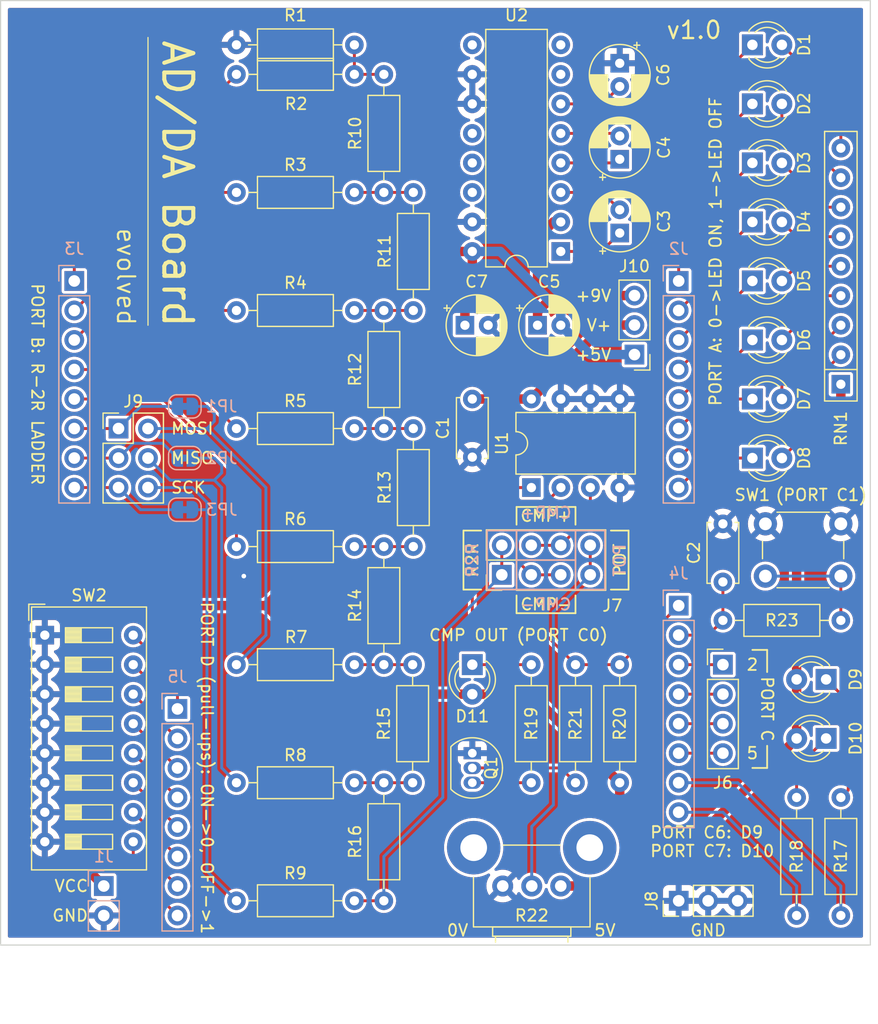
<source format=kicad_pcb>
(kicad_pcb (version 20211014) (generator pcbnew)
  (layers (0 "F.Cu" signal) (31 "B.Cu" signal) (34 "B.Paste" user) (35 "F.Paste" user) (36 "B.SilkS" user "B.Silkscreen") (37 "F.SilkS" user "F.Silkscreen") (38 "B.Mask" user) (39 "F.Mask" user) (44 "Edge.Cuts" user))
  (net 0 "")
  (net 1 "+5V")
  (net 2 "GND")
  (net 3 "Net-(C2-Pad1)")
  (net 4 "Net-(D1-Pad1)")
  (net 5 "Net-(D1-Pad2)")
  (net 6 "Net-(D2-Pad1)")
  (net 7 "Net-(D2-Pad2)")
  (net 8 "Net-(D3-Pad1)")
  (net 9 "Net-(D3-Pad2)")
  (net 10 "Net-(D4-Pad1)")
  (net 11 "Net-(D4-Pad2)")
  (net 12 "Net-(D5-Pad1)")
  (net 13 "Net-(D5-Pad2)")
  (net 14 "Net-(D6-Pad1)")
  (net 15 "Net-(D6-Pad2)")
  (net 16 "Net-(D7-Pad1)")
  (net 17 "Net-(D7-Pad2)")
  (net 18 "Net-(D8-Pad1)")
  (net 19 "Net-(D8-Pad2)")
  (net 20 "Net-(D9-Pad1)")
  (net 21 "Net-(D10-Pad1)")
  (net 22 "Net-(J4-Pad7)")
  (net 23 "Net-(J4-Pad8)")
  (net 24 "Net-(D11-Pad1)")
  (net 25 "/+9V")
  (net 26 "Net-(J4-Pad3)")
  (net 27 "Net-(J4-Pad4)")
  (net 28 "Net-(J4-Pad5)")
  (net 29 "Net-(J4-Pad6)")
  (net 30 "Net-(J5-Pad1)")
  (net 31 "Net-(J5-Pad2)")
  (net 32 "Net-(J5-Pad3)")
  (net 33 "Net-(J5-Pad4)")
  (net 34 "Net-(J5-Pad5)")
  (net 35 "Net-(J5-Pad6)")
  (net 36 "Net-(J5-Pad7)")
  (net 37 "Net-(J5-Pad8)")
  (net 38 "Net-(R1-Pad1)")
  (net 39 "Net-(R10-Pad2)")
  (net 40 "Net-(R11-Pad2)")
  (net 41 "Net-(R12-Pad2)")
  (net 42 "Net-(R13-Pad2)")
  (net 43 "Net-(J3-Pad1)")
  (net 44 "Net-(R14-Pad2)")
  (net 45 "Net-(R15-Pad2)")
  (net 46 "Net-(J3-Pad2)")
  (net 47 "/R2R-OUT")
  (net 48 "Net-(J3-Pad3)")
  (net 49 "Net-(J3-Pad4)")
  (net 50 "Net-(J3-Pad5)")
  (net 51 "Net-(J3-Pad6)")
  (net 52 "Net-(J3-Pad7)")
  (net 53 "Net-(J3-Pad8)")
  (net 54 "Net-(Q1-Pad3)")
  (net 55 "/POT_OUT")
  (net 56 "Net-(J7-Pad4)")
  (net 57 "Net-(J7-Pad3)")
  (net 58 "Net-(Q1-Pad2)")
  (net 59 "Net-(R23-Pad2)")
  (net 60 "/COMP_OUT")
  (net 61 "Net-(J9-Pad2)")
  (net 62 "Net-(J9-Pad4)")
  (net 63 "Net-(J9-Pad6)")
  (net 64 "Net-(C3-Pad1)")
  (net 65 "Net-(C3-Pad2)")
  (net 66 "Net-(C4-Pad1)")
  (net 67 "Net-(C4-Pad2)")
  (net 68 "Net-(C6-Pad2)")
  (net 75 "/V+")
  (footprint "Resistor_THT:R_Axial_DIN0207_L6.3mm_D2.5mm_P10.16mm_Horizontal" (layer "F.Cu") (at 86.36 54.61)
    (fp_text reference "R5")
    (fp_text value "2k")
  )
  (footprint "Package_TO_SOT_THT:TO-92_Inline" (layer "F.Cu") (at 106.68 82.55 -90)
    (fp_text reference "Q1")
    (fp_text value "2N7000")
  )
  (footprint "Connector_PinHeader_2.54mm:PinHeader_2x03_P2.54mm_Vertical" (layer "F.Cu") (at 76.2 54.61)
    (fp_text reference "J9")
    (fp_text value "CONN_ISP")
  )
  (footprint "LED_THT:LED_D3.0mm" (layer "F.Cu") (at 130.81 36.83)
    (fp_text reference "D4")
    (fp_text value "LED")
  )
  (footprint "Resistor_THT:R_Axial_DIN0207_L6.3mm_D2.5mm_P10.16mm_Horizontal" (layer "F.Cu") (at 86.36 34.29)
    (fp_text reference "R3")
    (fp_text value "2k")
  )
  (footprint "Package_DIP:DIP-8_W7.62mm" (layer "F.Cu") (at 111.77 59.69 90)
    (fp_text reference "U1")
    (fp_text value "LM393")
  )
  (footprint "LED_THT:LED_D3.0mm" (layer "F.Cu") (at 106.68 74.93 -90)
    (fp_text reference "D11")
    (fp_text value "LED")
  )
  (footprint "Button_Switch_THT:SW_DIP_SPSTx08_Slide_9.78x22.5mm_W7.62mm_P2.54mm" (layer "F.Cu") (at 69.85 72.39)
    (fp_text reference "SW2")
    (fp_text value "SW_DIP_x08")
  )
  (footprint "Capacitor_THT:C_Disc_D5.0mm_W2.5mm_P5.00mm" (layer "F.Cu") (at 128.27 67.81 90)
    (fp_text reference "C2")
    (fp_text value "100nF")
  )
  (footprint "Button_Switch_THT:SW_PUSH_6mm" (layer "F.Cu") (at 131.93 62.81)
    (fp_text reference "SW1")
    (fp_text value "SW_Push")
  )
  (footprint "LED_THT:LED_D3.0mm" (layer "F.Cu") (at 130.81 46.99)
    (fp_text reference "D6")
    (fp_text value "LED")
  )
  (footprint "Resistor_THT:R_Axial_DIN0207_L6.3mm_D2.5mm_P10.16mm_Horizontal" (layer "F.Cu") (at 86.36 74.93)
    (fp_text reference "R7")
    (fp_text value "2k")
  )
  (footprint "LED_THT:LED_D3.0mm" (layer "F.Cu") (at 130.81 52.07)
    (fp_text reference "D7")
    (fp_text value "LED")
  )
  (footprint "LED_THT:LED_D3.0mm" (layer "F.Cu") (at 130.81 31.75)
    (fp_text reference "D3")
    (fp_text value "LED")
  )
  (footprint "LED_THT:LED_D3.0mm" (layer "F.Cu") (at 130.81 57.15)
    (fp_text reference "D8")
    (fp_text value "LED")
  )
  (footprint "Resistor_THT:R_Axial_DIN0207_L6.3mm_D2.5mm_P10.16mm_Horizontal" (layer "F.Cu") (at 138.43 96.52 90)
    (fp_text reference "R17")
    (fp_text value "1.5k")
  )
  (footprint "Connector_PinHeader_2.54mm:PinHeader_1x04_P2.54mm_Vertical" (layer "F.Cu") (at 128.27 74.93)
    (fp_text reference "J6")
    (fp_text value "PORTC2:5")
  )
  (footprint "Resistor_THT:R_Axial_DIN0207_L6.3mm_D2.5mm_P10.16mm_Horizontal" (layer "F.Cu") (at 86.36 95.25)
    (fp_text reference "R9")
    (fp_text value "2k")
  )
  (footprint "LED_THT:LED_D3.0mm" (layer "F.Cu") (at 130.81 21.59)
    (fp_text reference "D1")
    (fp_text value "LED")
  )
  (footprint "LED_THT:LED_D3.0mm" (layer "F.Cu") (at 137.16 76.2 180)
    (fp_text reference "D9")
    (fp_text value "LED")
  )
  (footprint "Resistor_THT:R_Axial_DIN0207_L6.3mm_D2.5mm_P10.16mm_Horizontal" (layer "F.Cu") (at 119.38 85.09 90)
    (fp_text reference "R20")
    (fp_text value "10k")
  )
  (footprint "Capacitor_THT:CP_Radial_D5.0mm_P2.00mm" (layer "F.Cu") (at 106.045 45.72)
    (fp_text reference "C7")
    (fp_text value "1uF")
  )
  (footprint "LED_THT:LED_D3.0mm" (layer "F.Cu") (at 137.16 81.28 180)
    (fp_text reference "D10")
    (fp_text value "LED")
  )
  (footprint "Capacitor_THT:CP_Radial_D5.0mm_P2.00mm" (layer "F.Cu") (at 119.38 23.174888 -90)
    (fp_text reference "C6")
    (fp_text value "1uF")
  )
  (footprint "Resistor_THT:R_Axial_DIN0207_L6.3mm_D2.5mm_P10.16mm_Horizontal" (layer "F.Cu") (at 101.6 34.29 -90)
    (fp_text reference "R11")
    (fp_text value "1k")
  )
  (footprint "LED_THT:LED_D3.0mm" (layer "F.Cu") (at 130.81 26.67)
    (fp_text reference "D2")
    (fp_text value "LED")
  )
  (footprint "Capacitor_THT:CP_Radial_D5.0mm_P2.00mm" (layer "F.Cu") (at 119.38 37.785113 90)
    (fp_text reference "C3")
    (fp_text value "1uF")
  )
  (footprint "Package_DIP:DIP-16_W7.62mm" (layer "F.Cu") (at 114.3 39.37 180)
    (fp_text reference "U2")
    (fp_text value "MAX232")
  )
  (footprint "Resistor_THT:R_Axial_DIN0207_L6.3mm_D2.5mm_P10.16mm_Horizontal" (layer "F.Cu") (at 96.52 21.59 180)
    (fp_text reference "R1")
    (fp_text value "2k")
  )
  (footprint "Connector_PinHeader_2.54mm:PinHeader_1x03_P2.54mm_Vertical" (layer "F.Cu") (at 124.46 95.25 90)
    (fp_text reference "J8")
    (fp_text value "CONN_GND")
  )
  (footprint "Resistor_THT:R_Array_SIP9" (layer "F.Cu") (at 138.43 50.8 90)
    (fp_text reference "RN1")
    (fp_text value "1.5k" hide)
  )
  (footprint "Resistor_THT:R_Axial_DIN0207_L6.3mm_D2.5mm_P10.16mm_Horizontal" (layer "F.Cu") (at 115.57 74.93 -90)
    (fp_text reference "R21")
    (fp_text value "330")
  )
  (footprint "Resistor_THT:R_Axial_DIN0207_L6.3mm_D2.5mm_P10.16mm_Horizontal" (layer "F.Cu") (at 134.62 96.52 90)
    (fp_text reference "R18")
    (fp_text value "1.5k")
  )
  (footprint "Resistor_THT:R_Axial_DIN0207_L6.3mm_D2.5mm_P10.16mm_Horizontal" (layer "F.Cu") (at 128.27 71.12)
    (fp_text reference "R23")
    (fp_text value "3.3k")
  )
  (footprint "Resistor_THT:R_Axial_DIN0207_L6.3mm_D2.5mm_P10.16mm_Horizontal" (layer "F.Cu") (at 99.06 85.09 -90)
    (fp_text reference "R16")
    (fp_text value "1k")
  )
  (footprint "Resistor_THT:R_Axial_DIN0207_L6.3mm_D2.5mm_P10.16mm_Horizontal" (layer "F.Cu") (at 99.06 44.45 -90)
    (fp_text reference "R12")
    (fp_text value "1k")
  )
  (footprint "LED_THT:LED_D3.0mm" (layer "F.Cu") (at 130.81 41.91)
    (fp_text reference "D5")
    (fp_text value "LED")
  )
  (footprint "Resistor_THT:R_Axial_DIN0207_L6.3mm_D2.5mm_P10.16mm_Horizontal" (layer "F.Cu") (at 86.36 64.77)
    (fp_text reference "R6")
    (fp_text value "2k")
  )
  (footprint "Connector_PinHeader_2.54mm:PinHeader_1x03_P2.54mm_Vertical" (layer "F.Cu") (at 120.65 48.245 180)
    (fp_text reference "J10")
    (fp_text value "CONN_V+")
  )
  (footprint "Resistor_THT:R_Axial_DIN0207_L6.3mm_D2.5mm_P10.16mm_Horizontal" (layer "F.Cu") (at 86.36 24.13)
    (fp_text reference "R2")
    (fp_text value "2k")
  )
  (footprint "Potentiometer_THT:Potentiometer_Alps_RK09K_Single_Horizontal" (layer "F.Cu") (at 109.3 93.98 -90)
    (fp_text reference "R22")
    (fp_text value "10k")
  )
  (footprint "Resistor_THT:R_Axial_DIN0207_L6.3mm_D2.5mm_P10.16mm_Horizontal" (layer "F.Cu") (at 99.06 24.13 -90)
    (fp_text reference "R10")
    (fp_text value "1k")
  )
  (footprint "Resistor_THT:R_Axial_DIN0207_L6.3mm_D2.5mm_P10.16mm_Horizontal" (layer "F.Cu") (at 99.06 64.77 -90)
    (fp_text reference "R14")
    (fp_text value "1k")
  )
  (footprint "Resistor_THT:R_Axial_DIN0207_L6.3mm_D2.5mm_P10.16mm_Horizontal" (layer "F.Cu") (at 101.54 74.93 -90)
    (fp_text reference "R15")
    (fp_text value "1k")
  )
  (footprint "Resistor_THT:R_Axial_DIN0207_L6.3mm_D2.5mm_P10.16mm_Horizontal" (layer "F.Cu") (at 86.36 44.45)
    (fp_text reference "R4")
    (fp_text value "2k")
  )
  (footprint "Capacitor_THT:CP_Radial_D5.0mm_P2.00mm" (layer "F.Cu") (at 119.38 31.435113 90)
    (fp_text reference "C4")
    (fp_text value "1uF")
  )
  (footprint "Capacitor_THT:CP_Radial_D5.0mm_P2.00mm" (layer "F.Cu") (at 112.3 45.72)
    (fp_text reference "C5")
    (fp_text value "1uF")
  )
  (footprint "Capacitor_THT:C_Disc_D5.0mm_W2.5mm_P5.00mm" (layer "F.Cu") (at 106.68 52.07 -90)
    (fp_text reference "C1")
    (fp_text value "100nF")
  )
  (footprint "Resistor_THT:R_Axial_DIN0207_L6.3mm_D2.5mm_P10.16mm_Horizontal" (layer "F.Cu") (at 111.76 74.93 -90)
    (fp_text reference "R19")
    (fp_text value "1.5k")
  )
  (footprint "Resistor_THT:R_Axial_DIN0207_L6.3mm_D2.5mm_P10.16mm_Horizontal" (layer "F.Cu") (at 101.6 54.61 -90)
    (fp_text reference "R13")
    (fp_text value "1k")
  )
  (footprint "Connector_PinHeader_2.54mm:PinHeader_2x04_P2.54mm_Vertical" (layer "F.Cu") (at 109.22 67.2 90)
    (fp_text reference "J7")
    (fp_text value "CONN_COMP")
  )
  (footprint "Resistor_THT:R_Axial_DIN0207_L6.3mm_D2.5mm_P10.16mm_Horizontal" (layer "F.Cu") (at 86.36 85.09)
    (fp_text reference "R8")
    (fp_text value "2k")
  )
  (footprint "Jumper:SolderJumper-2_P1.3mm_Bridged_RoundedPad1.0x1.5mm" (layer "B.Cu") (at 81.915 52.705)
    (fp_text reference "JP1")
    (fp_text value "MOSI")
  )
  (footprint "Connector_PinSocket_2.54mm:PinSocket_1x08_P2.54mm_Vertical" (layer "B.Cu") (at 124.46 69.85 180)
    (fp_text reference "J4")
    (fp_text value "PORTC")
  )
  (footprint "Jumper:SolderJumper-2_P1.3mm_Bridged_RoundedPad1.0x1.5mm" (layer "B.Cu") (at 81.915 57.15)
    (fp_text reference "JP2")
    (fp_text value "MISO")
  )
  (footprint "Connector_PinSocket_2.54mm:PinSocket_1x02_P2.54mm_Vertical" (layer "B.Cu") (at 74.93 93.98 180)
    (fp_text reference "J1")
    (fp_text value "PWR_SUPPLY")
  )
  (footprint "Connector_PinSocket_2.54mm:PinSocket_1x08_P2.54mm_Vertical" (layer "B.Cu") (at 72.39 41.91 180)
    (fp_text reference "J3")
    (fp_text value "PORTB")
  )
  (footprint "Jumper:SolderJumper-2_P1.3mm_Bridged_RoundedPad1.0x1.5mm" (layer "B.Cu") (at 81.915 61.595)
    (fp_text reference "JP3")
    (fp_text value "SCK")
  )
  (footprint "Connector_PinSocket_2.54mm:PinSocket_1x08_P2.54mm_Vertical" (layer "B.Cu") (at 124.46 41.91 180)
    (fp_text reference "J2")
    (fp_text value "PORTA")
  )
  (footprint "Connector_PinSocket_2.54mm:PinSocket_1x08_P2.54mm_Vertical" (layer "B.Cu") (at 81.28 78.74 180)
    (fp_text reference "J5")
    (fp_text value "PORTD")
  )
  (gr_line (start 115.57 68.47) (end 115.57 63.39) (layer "B.SilkS") (width 0.15))
  (gr_line (start 107.95 68.47) (end 118.11 68.47) (layer "B.SilkS") (width 0.15))
  (gr_line (start 118.11 63.39) (end 107.95 63.39) (layer "B.SilkS") (width 0.15))
  (gr_line (start 110.49 63.39) (end 110.49 65.93) (layer "B.SilkS") (width 0.15))
  (gr_line (start 118.11 68.47) (end 118.11 63.39) (layer "B.SilkS") (width 0.15))
  (gr_line (start 110.49 68.47) (end 110.49 63.39) (layer "B.SilkS") (width 0.15))
  (gr_line (start 115.57 65.93) (end 110.49 65.93) (layer "B.SilkS") (width 0.15))
  (gr_line (start 107.95 63.39) (end 107.95 68.47) (layer "B.SilkS") (width 0.15))
  (gr_line (start 105.918 68.47) (end 105.918 63.39) (layer "F.SilkS") (width 0.153))
  (gr_line (start 115.57 61.358) (end 115.57 62.882) (layer "F.SilkS") (width 0.153))
  (gr_line (start 120.142 68.47) (end 120.142 63.39) (layer "F.SilkS") (width 0.153))
  (gr_line (start 132.08 73.66) (end 132.08 75.565) (layer "F.SilkS") (width 0.153))
  (gr_line (start 130.81 73.66) (end 132.08 73.66) (layer "F.SilkS") (width 0.153))
  (gr_line (start 132.08 83.82) (end 132.08 81.915) (layer "F.SilkS") (width 0.153))
  (gr_line (start 120.142 63.39) (end 118.618 63.39) (layer "F.SilkS") (width 0.153))
  (gr_line (start 110.49 70.502) (end 110.49 68.978) (layer "F.SilkS") (width 0.153))
  (gr_line (start 115.57 68.978) (end 115.57 70.502) (layer "F.SilkS") (width 0.153))
  (gr_line (start 78.74 20.955) (end 78.74 45.72) (layer "F.SilkS") (width 0.1))
  (gr_line (start 110.49 62.882) (end 110.49 61.358) (layer "F.SilkS") (width 0.153))
  (gr_line (start 130.81 83.82) (end 132.08 83.82) (layer "F.SilkS") (width 0.153))
  (gr_line (start 110.49 61.358) (end 115.57 61.358) (layer "F.SilkS") (width 0.153))
  (gr_line (start 118.618 68.47) (end 120.142 68.47) (layer "F.SilkS") (width 0.153))
  (gr_line (start 115.57 70.502) (end 110.49 70.502) (layer "F.SilkS") (width 0.153))
  (gr_line (start 107.442 68.47) (end 105.918 68.47) (layer "F.SilkS") (width 0.153))
  (gr_line (start 105.918 63.39) (end 107.442 63.39) (layer "F.SilkS") (width 0.153))
  (gr_rect (start 66.04 17.78) (end 140.97 99.06) (layer "Edge.Cuts") (width 0.1) (fill none))
  (gr_text "R2R" (at 106.658986 65.945995 90) (layer "B.SilkS") (effects (font (size 1 1) (thickness 0.153)) (justify mirror)))
  (gr_text "POT" (at 119.37673 65.945995 90) (layer "B.SilkS") (effects (font (size 1 1) (thickness 0.153)) (justify mirror)))
  (gr_text "CMP-" (at 113.017858 69.744436) (layer "B.SilkS") (effects (font (size 1 1) (thickness 0.153)) (justify mirror)))
  (gr_text "CMP+" (at 113.03 61.866) (layer "B.SilkS") (effects (font (size 1 1) (thickness 0.153)) (justify mirror)))
  (gr_text "POT" (at 119.38 65.93 90) (layer "F.SilkS") (effects (font (size 1 1) (thickness 0.153))))
  (gr_text "v1.0" (at 128.27 20.32) (layer "F.SilkS") (effects (font (size 1.5 1.5) (thickness 0.2)) (justify right)))
  (gr_text "SCK" (at 80.645 59.69) (layer "F.SilkS") (effects (font (size 1 1)) (justify left)))
  (gr_text "VCC" (at 73.66 93.98) (layer "F.SilkS") (effects (font (size 1 1) (thickness 0.153)) (justify right)))
  (gr_text "PORT A: 0->LED ON, 1->LED OFF" (at 127.635 39.37 90) (layer "F.SilkS") (effects (font (size 1 1) (thickness 0.153))))
  (gr_text "MOSI" (at 80.645 54.61) (layer "F.SilkS") (effects (font (size 1 1)) (justify left)))
  (gr_text "+5V" (at 118.745 48.26) (layer "F.SilkS") (effects (font (size 1 1) (thickness 0.153)) (justify right)))
  (gr_text "PORT C" (at 132.08 78.74 270) (layer "F.SilkS") (effects (font (size 1 1) (thickness 0.153))))
  (gr_text "(PORT C1)" (at 132.715 60.325) (layer "F.SilkS") (effects (font (size 1 1) (thickness 0.153)) (justify left)))
  (gr_text "GND" (at 127 97.79) (layer "F.SilkS") (effects (font (size 1 1))))
  (gr_text "evolved" (at 76.835 45.847 270) (layer "F.SilkS") (effects (font (size 1.5 1.5) (thickness 0.18)) (justify right)))
  (gr_text "R2R" (at 106.68 65.93 90) (layer "F.SilkS") (effects (font (size 1 1) (thickness 0.153))))
  (gr_text "CMP+" (at 113.03 62.12) (layer "F.SilkS") (effects (font (size 1 1) (thickness 0.153))))
  (gr_text "AD/DA Board" (at 81.28 46.101 270) (layer "F.SilkS") (effects (font (size 2.5 2.5) (thickness 0.35)) (justify right)))
  (gr_text "CMP OUT (PORT C0)" (at 102.87 72.39) (layer "F.SilkS") (effects (font (size 1 1) (thickness 0.153)) (justify left)))
  (gr_text "+9V" (at 118.745 43.18) (layer "F.SilkS") (effects (font (size 1 1) (thickness 0.153)) (justify right)))
  (gr_text "PORT C6: D9\nPORT C7: D10" (at 121.92 90.17) (layer "F.SilkS") (effects (font (size 1 1) (thickness 0.153)) (justify left)))
  (gr_text "PORT D (pull-ups): ON->0, OFF->1" (at 83.82 83.82 270) (layer "F.SilkS") (effects (font (size 1 1) (thickness 0.153))))
  (gr_text "MISO" (at 80.645 57.15) (layer "F.SilkS") (effects (font (size 1 1)) (justify left)))
  (gr_text "GND" (at 73.66 96.52) (layer "F.SilkS") (effects (font (size 1 1) (thickness 0.153)) (justify right)))
  (gr_text "V+" (at 118.745 45.72) (layer "F.SilkS") (effects (font (size 1 1) (thickness 0.153)) (justify right)))
  (gr_text "0V" (at 105.41 97.79) (layer "F.SilkS") (effects (font (size 1 1) (thickness 0.153))))
  (gr_text "2" (at 130.81 74.93) (layer "F.SilkS") (effects (font (size 1 1) (thickness 0.153))))
  (gr_text "CMP-" (at 113.03 69.74) (layer "F.SilkS") (effects (font (size 1 1) (thickness 0.153))))
  (gr_text "5V" (at 118.11 97.79) (layer "F.SilkS") (effects (font (size 1 1) (thickness 0.153))))
  (gr_text "PORT B: R-2R LADDER" (at 69.215 50.8 270) (layer "F.SilkS") (effects (font (size 1 1) (thickness 0.153))))
  (gr_text "5" (at 130.81 82.55) (layer "F.SilkS") (effects (font (size 1 1) (thickness 0.153))))
  (segment (start 119.38 85.09) (end 111.76 77.47) (width 0.8128) (layer "F.Cu") (net 1))
  (segment (start 88.9 69.85) (end 91.44 72.39) (width 0.8128) (layer "F.Cu") (net 1))
  (segment (start 106.68 39.37) (end 106.68 41.91) (width 0.8128) (layer "F.Cu") (net 1))
  (segment (start 106.68 77.47) (end 93.98 77.47) (width 0.8128) (layer "F.Cu") (net 1))
  (segment (start 119.38 87.63) (end 119.38 85.09) (width 0.8128) (layer "F.Cu") (net 1))
  (segment (start 73.66 72.39) (end 73.66 92.71) (width 0.8128) (layer "F.Cu") (net 1))
  (segment (start 122.555 90.805) (end 125.095 90.805) (width 0.8128) (layer "F.Cu") (net 1))
  (segment (start 73.66 92.71) (end 74.93 93.98) (width 0.8128) (layer "F.Cu") (net 1))
  (segment (start 134.62 76.2) (end 134.62 60.96) (width 0.8128) (layer "F.Cu") (net 1))
  (segment (start 73.66 72.39) (end 76.2 69.85) (width 0.8128) (layer "F.Cu") (net 1))
  (segment (start 134.62 81.28) (end 134.62 76.2) (width 0.8128) (layer "F.Cu") (net 1))
  (segment (start 88.9 69.85) (end 91.44 67.31) (width 0.8128) (layer "F.Cu") (net 1))
  (segment (start 111.76 77.47) (end 106.68 77.47) (width 0.8128) (layer "F.Cu") (net 1))
  (segment (start 96.52 39.37) (end 91.44 44.45) (width 0.8128) (layer "F.Cu") (net 1))
  (segment (start 134.62 60.96) (end 138.43 57.15) (width 0.8128) (layer "F.Cu") (net 1))
  (segment (start 114.3 93.98) (end 119.38 93.98) (width 0.8128) (layer "F.Cu") (net 1))
  (segment (start 106.045 42.545) (end 106.045 45.72) (width 0.8128) (layer "F.Cu") (net 1))
  (segment (start 76.2 69.85) (end 88.9 69.85) (width 0.8128) (layer "F.Cu") (net 1))
  (segment (start 91.44 67.31) (end 91.44 44.45) (width 0.8128) (layer "F.Cu") (net 1))
  (segment (start 93.98 77.47) (end 91.44 74.93) (width 0.8128) (layer "F.Cu") (net 1))
  (segment (start 106.68 39.37) (end 96.52 39.37) (width 0.8128) (layer "F.Cu") (net 1))
  (segment (start 106.68 41.91) (end 106.045 42.545) (width 0.8128) (layer "F.Cu") (net 1))
  (segment (start 119.38 93.98) (end 122.555 90.805) (width 0.8128) (layer "F.Cu") (net 1))
  (segment (start 122.555 90.805) (end 119.38 87.63) (width 0.8128) (layer "F.Cu") (net 1))
  (segment (start 91.44 72.39) (end 91.44 74.93) (width 0.8128) (layer "F.Cu") (net 1))
  (segment (start 138.43 57.15) (end 138.43 50.8) (width 0.8128) (layer "F.Cu") (net 1))
  (segment (start 125.095 90.805) (end 134.62 81.28) (width 0.8128) (layer "F.Cu") (net 1))
  (segment (start 109.08137 39.37) (end 114.3 44.58863) (width 0.8128) (layer "B.Cu") (net 1))
  (segment (start 106.68 39.37) (end 109.08137 39.37) (width 0.8128) (layer "B.Cu") (net 1))
  (segment (start 120.65 48.245) (end 116.825 48.245) (width 0.8128) (layer "B.Cu") (net 1))
  (segment (start 116.825 48.245) (end 114.3 45.72) (width 0.8128) (layer "B.Cu") (net 1))
  (segment (start 114.3 44.58863) (end 114.3 45.72) (width 0.8128) (layer "B.Cu") (net 1))
  (via (at 86.995 67.31) (size 0.8) (drill 0.4) (layers "F.Cu" "B.Cu") (net 2))
  (segment (start 127 72.39) (end 128.27 71.12) (width 0.25) (layer "F.Cu") (net 3))
  (segment (start 128.27 67.81) (end 128.27 71.12) (width 0.25) (layer "F.Cu") (net 3))
  (segment (start 124.46 72.39) (end 127 72.39) (width 0.25) (layer "F.Cu") (net 3))
  (segment (start 124.46 41.91) (end 124.46 27.94) (width 0.25) (layer "F.Cu") (net 4))
  (segment (start 124.46 27.94) (end 130.81 21.59) (width 0.25) (layer "F.Cu") (net 4))
  (segment (start 138.43 30.48) (end 138.43 26.67) (width 0.25) (layer "F.Cu") (net 5))
  (segment (start 138.43 26.67) (end 133.35 21.59) (width 0.25) (layer "F.Cu") (net 5))
  (segment (start 126.365 31.115) (end 130.81 26.67) (width 0.25) (layer "F.Cu") (net 6))
  (segment (start 124.46 44.45) (end 126.365 42.545) (width 0.25) (layer "F.Cu") (net 6))
  (segment (start 126.365 42.545) (end 126.365 31.115) (width 0.25) (layer "F.Cu") (net 6))
  (segment (start 133.35 27.94) (end 133.35 26.67) (width 0.25) (layer "F.Cu") (net 7))
  (segment (start 138.43 33.02) (end 133.35 27.94) (width 0.25) (layer "F.Cu") (net 7))
  (segment (start 127 35.56) (end 130.81 31.75) (width 0.25) (layer "F.Cu") (net 8))
  (segment (start 124.46 46.99) (end 127 44.45) (width 0.25) (layer "F.Cu") (net 8))
  (segment (start 127 44.45) (end 127 35.56) (width 0.25) (layer "F.Cu") (net 8))
  (segment (start 138.43 35.56) (end 137.16 35.56) (width 0.25) (layer "F.Cu") (net 9))
  (segment (start 137.16 35.56) (end 133.35 31.75) (width 0.25) (layer "F.Cu") (net 9))
  (segment (start 127.635 40.005) (end 130.81 36.83) (width 0.25) (layer "F.Cu") (net 10))
  (segment (start 127.635 46.355) (end 127.635 40.005) (width 0.25) (layer "F.Cu") (net 10))
  (segment (start 124.46 49.53) (end 127.635 46.355) (width 0.25) (layer "F.Cu") (net 10))
  (segment (start 138.43 38.1) (end 134.62 38.1) (width 0.25) (layer "F.Cu") (net 11))
  (segment (start 134.62 38.1) (end 133.35 36.83) (width 0.25) (layer "F.Cu") (net 11))
  (segment (start 128.27 48.26) (end 128.27 44.45) (width 0.25) (layer "F.Cu") (net 12))
  (segment (start 128.27 44.45) (end 130.81 41.91) (width 0.25) (layer "F.Cu") (net 12))
  (segment (start 124.46 52.07) (end 128.27 48.26) (width 0.25) (layer "F.Cu") (net 12))
  (segment (start 134.62 40.64) (end 133.35 41.91) (width 0.25) (layer "F.Cu") (net 13))
  (segment (start 138.43 40.64) (end 134.62 40.64) (width 0.25) (layer "F.Cu") (net 13))
  (segment (start 128.905 48.895) (end 130.81 46.99) (width 0.25) (layer "F.Cu") (net 14))
  (segment (start 124.46 54.61) (end 128.905 50.165) (width 0.25) (layer "F.Cu") (net 14))
  (segment (start 128.905 50.165) (end 128.905 48.895) (width 0.25) (layer "F.Cu") (net 14))
  (segment (start 137.16 43.18) (end 133.35 46.99) (width 0.25) (layer "F.Cu") (net 15))
  (segment (start 138.43 43.18) (end 137.16 43.18) (width 0.25) (layer "F.Cu") (net 15))
  (segment (start 124.46 57.15) (end 129.54 52.07) (width 0.25) (layer "F.Cu") (net 16))
  (segment (start 129.54 52.07) (end 130.81 52.07) (width 0.25) (layer "F.Cu") (net 16))
  (segment (start 133.35 50.8) (end 133.35 52.07) (width 0.25) (layer "F.Cu") (net 17))
  (segment (start 138.43 45.72) (end 133.35 50.8) (width 0.25) (layer "F.Cu") (net 17))
  (segment (start 127 57.15) (end 124.46 59.69) (width 0.25) (layer "F.Cu") (net 18))
  (segment (start 130.81 57.15) (end 127 57.15) (width 0.25) (layer "F.Cu") (net 18))
  (segment (start 135.89 50.8) (end 135.89 54.61) (width 0.25) (layer "F.Cu") (net 19))
  (segment (start 138.43 48.26) (end 135.89 50.8) (width 0.25) (layer "F.Cu") (net 19))
  (segment (start 135.89 54.61) (end 133.35 57.15) (width 0.25) (layer "F.Cu") (net 19))
  (segment (start 139.065 85.725) (end 138.43 86.36) (width 0.25) (layer "F.Cu") (net 20))
  (segment (start 137.16 76.2) (end 139.065 78.105) (width 0.25) (layer "F.Cu") (net 20))
  (segment (start 139.065 78.105) (end 139.065 85.725) (width 0.25) (layer "F.Cu") (net 20))
  (segment (start 134.62 83.82) (end 137.16 81.28) (width 0.25) (layer "F.Cu") (net 21))
  (segment (start 134.62 86.36) (end 134.62 83.82) (width 0.25) (layer "F.Cu") (net 21))
  (segment (start 129.54 85.09) (end 138.43 93.98) (width 0.25) (layer "B.Cu") (net 22))
  (segment (start 138.43 93.98) (end 138.43 96.52) (width 0.25) (layer "B.Cu") (net 22))
  (segment (start 124.46 85.09) (end 129.54 85.09) (width 0.25) (layer "B.Cu") (net 22))
  (segment (start 124.46 87.63) (end 128.27 87.63) (width 0.25) (layer "B.Cu") (net 23))
  (segment (start 128.27 87.63) (end 134.62 93.98) (width 0.25) (layer "B.Cu") (net 23))
  (segment (start 134.62 93.98) (end 134.62 96.52) (width 0.25) (layer "B.Cu") (net 23))
  (segment (start 111.76 74.93) (end 106.68 74.93) (width 0.25) (layer "F.Cu") (net 24))
  (segment (start 113.68 43.165) (end 112.3 44.545) (width 0.8128) (layer "F.Cu") (net 25))
  (segment (start 113.665 36.83) (end 114.3 36.83) (width 0.8128) (layer "F.Cu") (net 25))
  (segment (start 113.665 43.18) (end 113.68 43.165) (width 0.8128) (layer "F.Cu") (net 25))
  (segment (start 112.3 44.545) (end 112.3 45.72) (width 0.8128) (layer "F.Cu") (net 25))
  (segment (start 112.3 38.195) (end 113.665 36.83) (width 0.8128) (layer "F.Cu") (net 25))
  (segment (start 112.3 41.815) (end 113.665 43.18) (width 0.8128) (layer "F.Cu") (net 25))
  (segment (start 112.3 38.195) (end 112.3 41.815) (width 0.8128) (layer "F.Cu") (net 25))
  (segment (start 113.68 43.165) (end 120.65 43.165) (width 0.8128) (layer "F.Cu") (net 25))
  (segment (start 124.46 74.93) (end 128.27 74.93) (width 0.25) (layer "F.Cu") (net 26))
  (segment (start 124.46 77.47) (end 128.27 77.47) (width 0.25) (layer "F.Cu") (net 27))
  (segment (start 124.46 80.01) (end 128.27 80.01) (width 0.25) (layer "F.Cu") (net 28))
  (segment (start 124.46 82.55) (end 128.27 82.55) (width 0.25) (layer "F.Cu") (net 29))
  (segment (start 81.28 76.2) (end 77.47 72.39) (width 0.25) (layer "F.Cu") (net 30))
  (segment (start 81.28 78.74) (end 81.28 76.2) (width 0.25) (layer "F.Cu") (net 30))
  (segment (start 80.01 80.01) (end 80.01 77.47) (width 0.25) (layer "F.Cu") (net 31))
  (segment (start 80.01 77.47) (end 77.47 74.93) (width 0.25) (layer "F.Cu") (net 31))
  (segment (start 81.28 81.28) (end 80.01 80.01) (width 0.25) (layer "F.Cu") (net 31))
  (segment (start 79.375 80.645) (end 79.375 79.375) (width 0.25) (layer "F.Cu") (net 32))
  (segment (start 80.009641 82.549641) (end 80.01 82.549282) (width 0.25) (layer "F.Cu") (net 32))
  (segment (start 81.28 83.82) (end 80.009641 82.549641) (width 0.25) (layer "F.Cu") (net 32))
  (segment (start 80.01 81.28) (end 79.375 80.645) (width 0.25) (layer "F.Cu") (net 32))
  (segment (start 80.01 82.549282) (end 80.01 81.28) (width 0.25) (layer "F.Cu") (net 32))
  (segment (start 79.375 79.375) (end 77.47 77.47) (width 0.25) (layer "F.Cu") (net 32))
  (segment (start 79.375 83.185) (end 79.375 81.915) (width 0.25) (layer "F.Cu") (net 33))
  (segment (start 79.375 81.915) (end 77.47 80.01) (width 0.25) (layer "F.Cu") (net 33))
  (segment (start 80.01 85.09) (end 80.01 83.82) (width 0.25) (layer "F.Cu") (net 33))
  (segment (start 80.01 83.82) (end 79.375 83.185) (width 0.25) (layer "F.Cu") (net 33))
  (segment (start 81.28 86.36) (end 80.01 85.09) (width 0.25) (layer "F.Cu") (net 33))
  (segment (start 79.375 85.725) (end 79.375 84.455) (width 0.25) (layer "F.Cu") (net 34))
  (segment (start 80.01 87.63) (end 80.01 86.36) (width 0.25) (layer "F.Cu") (net 34))
  (segment (start 80.01 86.36) (end 79.375 85.725) (width 0.25) (layer "F.Cu") (net 34))
  (segment (start 81.28 88.9) (end 80.01 87.63) (width 0.25) (layer "F.Cu") (net 34))
  (segment (start 79.375 84.455) (end 77.47 82.55) (width 0.25) (layer "F.Cu") (net 34))
  (segment (start 79.375 89.535) (end 79.375 86.995) (width 0.25) (layer "F.Cu") (net 35))
  (segment (start 81.28 91.44) (end 79.375 89.535) (width 0.25) (layer "F.Cu") (net 35))
  (segment (start 79.375 86.995) (end 77.47 85.09) (width 0.25) (layer "F.Cu") (net 35))
  (segment (start 78.74 88.9) (end 77.47 87.63) (width 0.25) (layer "F.Cu") (net 36))
  (segment (start 81.28 93.98) (end 78.74 91.44) (width 0.25) (layer "F.Cu") (net 36))
  (segment (start 78.74 91.44) (end 78.74 88.9) (width 0.25) (layer "F.Cu") (net 36))
  (segment (start 77.47 92.71) (end 77.47 90.17) (width 0.25) (layer "F.Cu") (net 37))
  (segment (start 81.28 96.52) (end 77.47 92.71) (width 0.25) (layer "F.Cu") (net 37))
  (segment (start 96.52 24.13) (end 99.06 24.13) (width 0.25) (layer "F.Cu") (net 38))
  (segment (start 96.52 21.59) (end 96.52 24.13) (width 0.25) (layer "F.Cu") (net 38))
  (segment (start 96.52 34.29) (end 99.06 34.29) (width 0.25) (layer "F.Cu") (net 39))
  (segment (start 99.06 34.29) (end 101.6 34.29) (width 0.25) (layer "F.Cu") (net 39))
  (segment (start 96.52 44.45) (end 99.06 44.45) (width 0.25) (layer "F.Cu") (net 40))
  (segment (start 99.06 44.45) (end 101.6 44.45) (width 0.25) (layer "F.Cu") (net 40))
  (segment (start 99.06 54.61) (end 101.6 54.61) (width 0.25) (layer "F.Cu") (net 41))
  (segment (start 96.52 54.61) (end 99.06 54.61) (width 0.25) (layer "F.Cu") (net 41))
  (segment (start 96.52 64.77) (end 99.06 64.77) (width 0.25) (layer "F.Cu") (net 42))
  (segment (start 101.6 64.77) (end 99.06 64.77) (width 0.25) (layer "F.Cu") (net 42))
  (segment (start 72.39 38.1) (end 86.36 24.13) (width 0.25) (layer "F.Cu") (net 43))
  (segment (start 72.39 41.91) (end 72.39 38.1) (width 0.25) (layer "F.Cu") (net 43))
  (segment (start 96.52 74.93) (end 99.06 74.93) (width 0.25) (layer "F.Cu") (net 44))
  (segment (start 101.54 74.93) (end 99.06 74.93) (width 0.25) (layer "F.Cu") (net 44))
  (segment (start 101.54 85.09) (end 99.06 85.09) (width 0.25) (layer "F.Cu") (net 45))
  (segment (start 96.52 85.09) (end 99.06 85.09) (width 0.25) (layer "F.Cu") (net 45))
  (segment (start 86.36 34.29) (end 82.55 34.29) (width 0.25) (layer "F.Cu") (net 46))
  (segment (start 82.55 34.29) (end 72.39 44.45) (width 0.25) (layer "F.Cu") (net 46))
  (segment (start 109.22 67.2) (end 109.22 64.66) (width 0.25) (layer "F.Cu") (net 47))
  (segment (start 96.52 95.25) (end 99.06 95.25) (width 0.25) (layer "F.Cu") (net 47))
  (segment (start 104.14 86.36) (end 104.14 72.28) (width 0.25) (layer "B.Cu") (net 47))
  (segment (start 104.14 72.28) (end 109.22 67.2) (width 0.25) (layer "B.Cu") (net 47))
  (segment (start 99.06 95.25) (end 99.06 91.44) (width 0.25) (layer "B.Cu") (net 47))
  (segment (start 99.06 91.44) (end 104.14 86.36) (width 0.25) (layer "B.Cu") (net 47))
  (segment (start 86.36 44.45) (end 74.93 44.45) (width 0.25) (layer "F.Cu") (net 48))
  (segment (start 74.93 44.45) (end 72.39 46.99) (width 0.25) (layer "F.Cu") (net 48))
  (segment (start 81.28 49.53) (end 86.36 54.61) (width 0.25) (layer "F.Cu") (net 49))
  (segment (start 72.39 49.53) (end 81.28 49.53) (width 0.25) (layer "F.Cu") (net 49))
  (segment (start 86.36 58.42) (end 86.36 64.77) (width 0.25) (layer "F.Cu") (net 50))
  (segment (start 72.39 52.07) (end 80.01 52.07) (width 0.25) (layer "F.Cu") (net 50))
  (segment (start 80.01 52.07) (end 86.36 58.42) (width 0.25) (layer "F.Cu") (net 50))
  (segment (start 72.39 54.61) (end 76.2 54.61) (width 0.25) (layer "F.Cu") (net 51))
  (segment (start 76.2 54.61) (end 78.105 52.705) (width 0.25) (layer "B.Cu") (net 51))
  (segment (start 78.105 52.705) (end 81.265 52.705) (width 0.25) (layer "B.Cu") (net 51))
  (segment (start 72.39 57.15) (end 76.2 57.15) (width 0.25) (layer "F.Cu") (net 52))
  (segment (start 81.265 57.135) (end 81.265 57.15) (width 0.25) (layer "B.Cu") (net 52))
  (segment (start 77.47 55.88) (end 80.01 55.88) (width 0.25) (layer "B.Cu") (net 52))
  (segment (start 76.2 57.15) (end 77.47 55.88) (width 0.25) (layer "B.Cu") (net 52))
  (segment (start 80.01 55.88) (end 81.265 57.135) (width 0.25) (layer "B.Cu") (net 52))
  (segment (start 72.39 59.69) (end 76.2 59.69) (width 0.25) (layer "F.Cu") (net 53))
  (segment (start 78.105 61.595) (end 81.265 61.595) (width 0.25) (layer "B.Cu") (net 53))
  (segment (start 76.2 59.69) (end 78.105 61.595) (width 0.25) (layer "B.Cu") (net 53))
  (segment (start 111.76 85.09) (end 106.68 85.09) (width 0.25) (layer "F.Cu") (net 54))
  (segment (start 116.84 67.2) (end 116.84 64.66) (width 0.25) (layer "F.Cu") (net 55))
  (segment (start 113.665 70.375) (end 116.84 67.2) (width 0.25) (layer "B.Cu") (net 55))
  (segment (start 111.8 88.86) (end 113.665 86.995) (width 0.25) (layer "B.Cu") (net 55))
  (segment (start 111.8 93.98) (end 111.8 88.86) (width 0.25) (layer "B.Cu") (net 55))
  (segment (start 113.665 86.995) (end 113.665 70.375) (width 0.25) (layer "B.Cu") (net 55))
  (segment (start 114.3 64.66) (end 116.85 62.11) (width 0.25) (layer "F.Cu") (net 56))
  (segment (start 116.85 62.11) (end 116.85 59.69) (width 0.25) (layer "F.Cu") (net 56))
  (segment (start 111.76 64.66) (end 114.3 64.66) (width 0.25) (layer "F.Cu") (net 56))
  (segment (start 110.585489 66.025489) (end 111.76 67.2) (width 0.25) (layer "F.Cu") (net 57))
  (segment (start 111.76 67.2) (end 114.3 67.2) (width 0.25) (layer "F.Cu") (net 57))
  (segment (start 110.585489 63.414511) (end 114.31 59.69) (width 0.25) (layer "F.Cu") (net 57))
  (segment (start 110.585489 66.025489) (end 110.585489 63.414511) (width 0.25) (layer "F.Cu") (net 57))
  (segment (start 115.57 85.09) (end 114.3 83.82) (width 0.25) (layer "F.Cu") (net 58))
  (segment (start 114.3 83.82) (end 106.68 83.82) (width 0.25) (layer "F.Cu") (net 58))
  (segment (start 138.43 67.31) (end 138.43 71.12) (width 0.25) (layer "F.Cu") (net 59))
  (segment (start 138.43 67.31) (end 131.93 67.31) (width 0.25) (layer "B.Cu") (net 59))
  (segment (start 106.68 60.96) (end 107.95 59.69) (width 0.25) (layer "F.Cu") (net 60))
  (segment (start 119.38 74.93) (end 115.57 74.93) (width 0.25) (layer "F.Cu") (net 60))
  (segment (start 107.95 59.69) (end 111.77 59.69) (width 0.25) (layer "F.Cu") (net 60))
  (segment (start 106.68 70.485) (end 108.585 72.39) (width 0.25) (layer "F.Cu") (net 60))
  (segment (start 108.585 72.39) (end 113.03 72.39) (width 0.25) (layer "F.Cu") (net 60))
  (segment (start 106.68 70.485) (end 106.68 60.96) (width 0.25) (layer "F.Cu") (net 60))
  (segment (start 113.03 72.39) (end 115.57 74.93) (width 0.25) (layer "F.Cu") (net 60))
  (segment (start 124.46 69.85) (end 119.38 74.93) (width 0.25) (layer "F.Cu") (net 60))
  (segment (start 83.82 52.705) (end 82.565 52.705) (width 0.25) (layer "B.Cu") (net 61))
  (segment (start 88.9 72.39) (end 88.9 59.69) (width 0.25) (layer "B.Cu") (net 61))
  (segment (start 84.455 53.975) (end 84.455 53.34) (width 0.25) (layer "B.Cu") (net 61))
  (segment (start 86.36 74.93) (end 88.9 72.39) (width 0.25) (layer "B.Cu") (net 61))
  (segment (start 84.455 53.34) (end 83.82 52.705) (width 0.25) (layer "B.Cu") (net 61))
  (segment (start 83.82 54.61) (end 88.9 59.69) (width 0.25) (layer "B.Cu") (net 61))
  (segment (start 84.455 53.975) (end 83.82 54.61) (width 0.25) (layer "B.Cu") (net 61))
  (segment (start 78.74 54.61) (end 83.82 54.61) (width 0.25) (layer "B.Cu") (net 61))
  (segment (start 84.455 57.15) (end 82.565 57.15) (width 0.25) (layer "B.Cu") (net 62))
  (segment (start 86.36 85.09) (end 85.09 83.82) (width 0.25) (layer "B.Cu") (net 62))
  (segment (start 85.09 59.69) (end 85.09 83.82) (width 0.25) (layer "B.Cu") (net 62))
  (segment (start 85.09 57.785) (end 84.455 57.15) (width 0.25) (layer "B.Cu") (net 62))
  (segment (start 85.09 58.42) (end 84.455 59.055) (width 0.25) (layer "B.Cu") (net 62))
  (segment (start 84.455 59.055) (end 85.09 59.69) (width 0.25) (layer "B.Cu") (net 62))
  (segment (start 84.455 59.055) (end 80.645 59.055) (width 0.25) (layer "B.Cu") (net 62))
  (segment (start 78.74 57.15) (end 80.645 59.055) (width 0.25) (layer "B.Cu") (net 62))
  (segment (start 85.09 57.785) (end 85.09 58.42) (width 0.25) (layer "B.Cu") (net 62))
  (segment (start 82.55 59.69) (end 83.82 60.96) (width 0.25) (layer "B.Cu") (net 63))
  (segment (start 78.74 59.69) (end 82.55 59.69) (width 0.25) (layer "B.Cu") (net 63))
  (segment (start 83.82 61.595) (end 82.565 61.595) (width 0.25) (layer "B.Cu") (net 63))
  (segment (start 83.82 61.595) (end 83.82 92.71) (width 0.25) (layer "B.Cu") (net 63))
  (segment (start 86.36 95.25) (end 83.82 92.71) (width 0.25) (layer "B.Cu") (net 63))
  (segment (start 83.82 60.96) (end 83.82 61.595) (width 0.25) (layer "B.Cu") (net 63))
  (segment (start 117.795113 39.37) (end 119.38 37.785113) (width 0.25) (layer "F.Cu") (net 64))
  (segment (start 114.3 39.37) (end 117.795113 39.37) (width 0.25) (layer "F.Cu") (net 64))
  (segment (start 117.884887 34.29) (end 119.38 35.785113) (width 0.25) (layer "F.Cu") (net 65))
  (segment (start 114.3 34.29) (end 117.884887 34.29) (width 0.25) (layer "F.Cu") (net 65))
  (segment (start 119.065113 31.75) (end 119.38 31.435113) (width 0.25) (layer "F.Cu") (net 66))
  (segment (start 114.3 31.75) (end 119.065113 31.75) (width 0.25) (layer "F.Cu") (net 66))
  (segment (start 119.154887 29.21) (end 119.38 29.435113) (width 0.25) (layer "F.Cu") (net 67))
  (segment (start 114.3 29.21) (end 119.154887 29.21) (width 0.25) (layer "F.Cu") (net 67))
  (segment (start 114.3 26.67) (end 117.884888 26.67) (width 0.25) (layer "F.Cu") (net 68))
  (segment (start 117.884888 26.67) (end 119.38 25.174888) (width 0.25) (layer "F.Cu") (net 68))
  (segment (start 118.135 45.705) (end 120.65 45.705) (width 0.8128) (layer "F.Cu") (net 75))
  (segment (start 111.77 52.07) (end 106.68 52.07) (width 0.8128) (layer "F.Cu") (net 75))
  (segment (start 111.77 52.07) (end 118.135 45.705) (width 0.8128) (layer "F.Cu") (net 75))
  (zone (net 2) (net_name "GND") (layers F&B.Cu) (connect_pads (clearance 0.254)) (min_thickness 0.254) (fill yes (thermal_gap 0.508) (thermal_bridge_width 0.508))
    (polygon (pts (xy 140.335 98.425) (xy 66.675 98.425) (xy 66.675 18.415) (xy 140.335 18.415)))
  )
)
</source>
